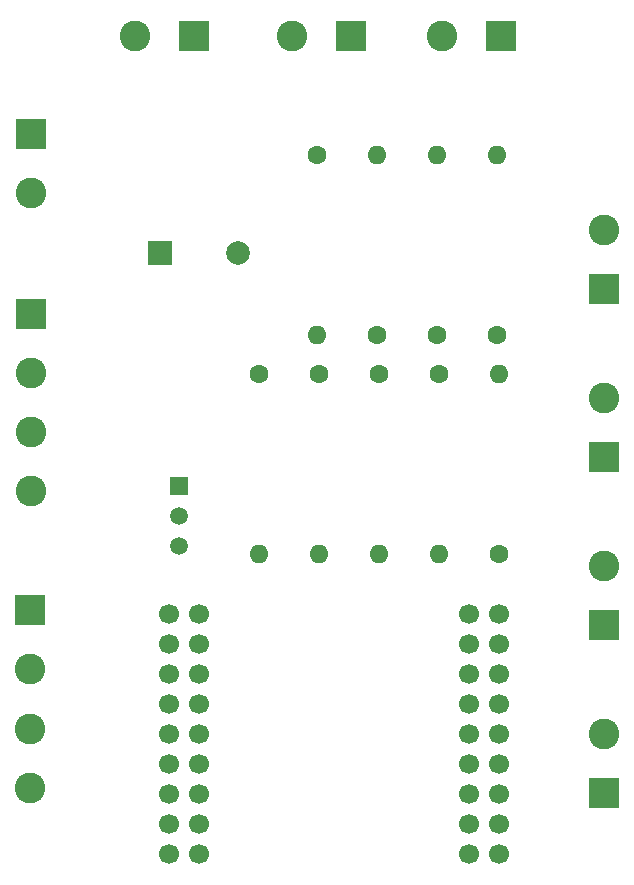
<source format=gbr>
%TF.GenerationSoftware,KiCad,Pcbnew,(7.0.0)*%
%TF.CreationDate,2023-04-02T16:15:30+02:00*%
%TF.ProjectId,QuinLED-ESP32-Breakout,5175696e-4c45-4442-9d45-535033322d42,rev?*%
%TF.SameCoordinates,Original*%
%TF.FileFunction,Soldermask,Bot*%
%TF.FilePolarity,Negative*%
%FSLAX46Y46*%
G04 Gerber Fmt 4.6, Leading zero omitted, Abs format (unit mm)*
G04 Created by KiCad (PCBNEW (7.0.0)) date 2023-04-02 16:15:30*
%MOMM*%
%LPD*%
G01*
G04 APERTURE LIST*
%ADD10C,1.600000*%
%ADD11O,1.600000X1.600000*%
%ADD12R,2.600000X2.600000*%
%ADD13C,2.600000*%
%ADD14R,1.500000X1.500000*%
%ADD15C,1.500000*%
%ADD16C,1.700000*%
%ADD17R,2.000000X2.000000*%
%ADD18C,2.000000*%
G04 APERTURE END LIST*
D10*
%TO.C,R8*%
X154610400Y-72786800D03*
D11*
X154610399Y-57546799D03*
%TD*%
D12*
%TO.C,Reedswitch3*%
X159995399Y-47423799D03*
D13*
X154995400Y-47423800D03*
%TD*%
D12*
%TO.C,Led3*%
X168728299Y-83089299D03*
D13*
X168728300Y-78089300D03*
%TD*%
D12*
%TO.C,Led2*%
X168728299Y-97306299D03*
D13*
X168728300Y-92306300D03*
%TD*%
D12*
%TO.C,PIR1*%
X120237299Y-70963199D03*
D13*
X120237300Y-75963200D03*
X120237300Y-80963200D03*
X120237300Y-85963200D03*
%TD*%
D10*
%TO.C,R2*%
X144561700Y-76043200D03*
D11*
X144561699Y-91283199D03*
%TD*%
D14*
%TO.C,Q1*%
X132744699Y-85527699D03*
D15*
X132744700Y-88067700D03*
X132744700Y-90607700D03*
%TD*%
D10*
%TO.C,R4*%
X154721700Y-76043200D03*
D11*
X154721699Y-91283199D03*
%TD*%
D12*
%TO.C,Temperatuur_BME280*%
X120152499Y-96068899D03*
D13*
X120152500Y-101068900D03*
X120152500Y-106068900D03*
X120152500Y-111068900D03*
%TD*%
D10*
%TO.C,R7*%
X149530400Y-72786800D03*
D11*
X149530399Y-57546799D03*
%TD*%
D10*
%TO.C,R1*%
X139481700Y-76043200D03*
D11*
X139481699Y-91283199D03*
%TD*%
D12*
%TO.C,Led1*%
X168728299Y-111523199D03*
D13*
X168728300Y-106523200D03*
%TD*%
D12*
%TO.C,Reedswitch1*%
X133969599Y-47424799D03*
D13*
X128969600Y-47424800D03*
%TD*%
D12*
%TO.C,Led4*%
X168728299Y-68872399D03*
D13*
X168728300Y-63872400D03*
%TD*%
D16*
%TO.C,U1*%
X131861700Y-96363200D03*
X131861700Y-98903200D03*
X131861700Y-101443200D03*
X131861700Y-103983200D03*
X131861700Y-106523200D03*
X131861700Y-109063200D03*
X131861700Y-111603200D03*
X131861700Y-114143200D03*
X131861700Y-116683200D03*
X134401700Y-96363200D03*
X134401700Y-98903200D03*
X134401700Y-101443200D03*
X134401700Y-103983200D03*
X134401700Y-106523200D03*
X134401700Y-109063200D03*
X134401700Y-111603200D03*
X134401700Y-114143200D03*
X134401700Y-116683200D03*
X157261700Y-96363200D03*
X157261700Y-98903200D03*
X157261700Y-101443200D03*
X157261700Y-103983200D03*
X157261700Y-106523200D03*
X157261700Y-109063200D03*
X157261700Y-111603200D03*
X157261700Y-114143200D03*
X157261700Y-116683200D03*
X159801700Y-96363200D03*
X159801700Y-98903200D03*
X159801700Y-101443200D03*
X159801700Y-103983200D03*
X159801700Y-106523200D03*
X159801700Y-109063200D03*
X159801700Y-111603200D03*
X159801700Y-114143200D03*
X159801700Y-116683200D03*
%TD*%
D10*
%TO.C,R9*%
X159690400Y-72786800D03*
D11*
X159690399Y-57546799D03*
%TD*%
D12*
%TO.C,12V_voeding_in1*%
X120194899Y-55723199D03*
D13*
X120194900Y-60723200D03*
%TD*%
D10*
%TO.C,R3*%
X149641700Y-76043200D03*
D11*
X149641699Y-91283199D03*
%TD*%
D17*
%TO.C,Passieve_buzzer1*%
X131101699Y-65804589D03*
D18*
X137701700Y-65804590D03*
%TD*%
D10*
%TO.C,R6*%
X144450400Y-57546800D03*
D11*
X144450399Y-72786799D03*
%TD*%
D12*
%TO.C,Reedswitch2*%
X147295399Y-47424299D03*
D13*
X142295400Y-47424300D03*
%TD*%
D10*
%TO.C,R5*%
X159801700Y-91283200D03*
D11*
X159801699Y-76043199D03*
%TD*%
M02*

</source>
